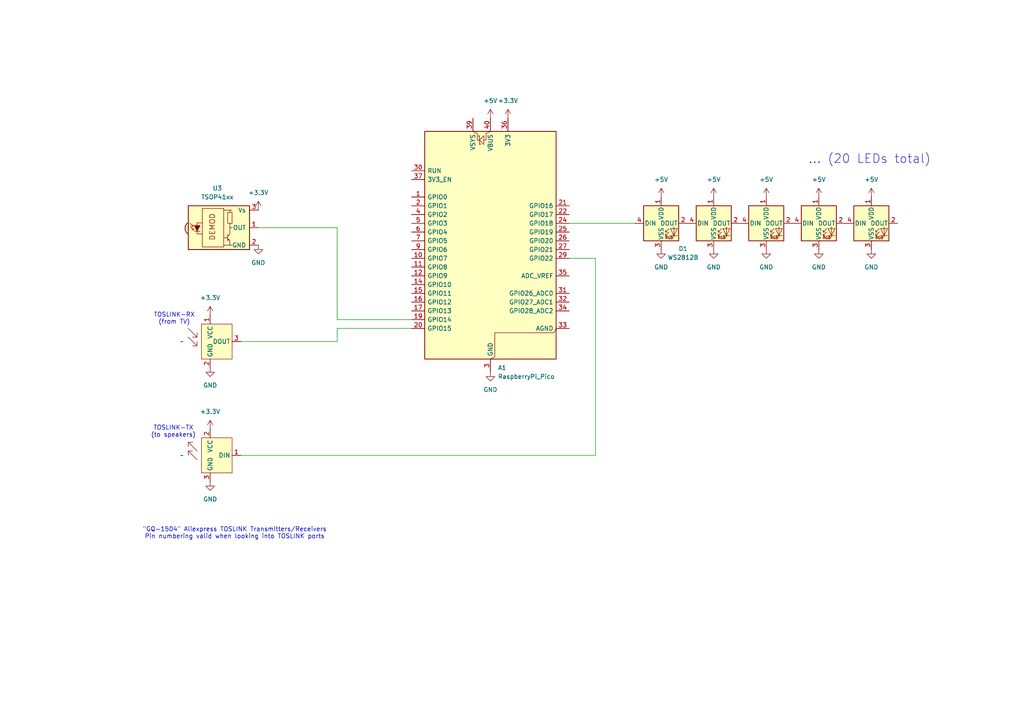
<source format=kicad_sch>
(kicad_sch
	(version 20250114)
	(generator "eeschema")
	(generator_version "9.0")
	(uuid "f06e4165-6d82-4be2-a252-db5a4294bb14")
	(paper "A4")
	(lib_symbols
		(symbol "Interface_Optical:TSOP41xx"
			(pin_names
				(offset 1.016)
			)
			(exclude_from_sim no)
			(in_bom yes)
			(on_board yes)
			(property "Reference" "U"
				(at -10.16 7.62 0)
				(effects
					(font
						(size 1.27 1.27)
					)
					(justify left)
				)
			)
			(property "Value" "TSOP41xx"
				(at -10.16 -7.62 0)
				(effects
					(font
						(size 1.27 1.27)
					)
					(justify left)
				)
			)
			(property "Footprint" "OptoDevice:Vishay_MOLD-3Pin"
				(at -1.27 -9.525 0)
				(effects
					(font
						(size 1.27 1.27)
					)
					(hide yes)
				)
			)
			(property "Datasheet" "http://www.vishay.com/docs/82460/tsop45.pdf"
				(at 16.51 7.62 0)
				(effects
					(font
						(size 1.27 1.27)
					)
					(hide yes)
				)
			)
			(property "Description" "IR Receiver Modules for Remote Control Systems"
				(at 0 0 0)
				(effects
					(font
						(size 1.27 1.27)
					)
					(hide yes)
				)
			)
			(property "ki_keywords" "opto IR receiver"
				(at 0 0 0)
				(effects
					(font
						(size 1.27 1.27)
					)
					(hide yes)
				)
			)
			(property "ki_fp_filters" "Vishay*MOLD*"
				(at 0 0 0)
				(effects
					(font
						(size 1.27 1.27)
					)
					(hide yes)
				)
			)
			(symbol "TSOP41xx_0_0"
				(arc
					(start -10.287 -1.778)
					(mid -11.0899 -0.1905)
					(end -10.287 1.397)
					(stroke
						(width 0.254)
						(type default)
					)
					(fill
						(type background)
					)
				)
				(polyline
					(pts
						(xy 1.905 5.08) (xy 0.127 5.08)
					)
					(stroke
						(width 0)
						(type default)
					)
					(fill
						(type none)
					)
				)
				(polyline
					(pts
						(xy 1.905 -5.08) (xy 0.127 -5.08)
					)
					(stroke
						(width 0)
						(type default)
					)
					(fill
						(type none)
					)
				)
				(text "DEMOD"
					(at -3.175 0.254 900)
					(effects
						(font
							(size 1.524 1.524)
						)
					)
				)
			)
			(symbol "TSOP41xx_0_1"
				(polyline
					(pts
						(xy -8.763 0.381) (xy -9.652 1.27)
					)
					(stroke
						(width 0)
						(type default)
					)
					(fill
						(type none)
					)
				)
				(polyline
					(pts
						(xy -8.763 0.381) (xy -9.271 0.381)
					)
					(stroke
						(width 0)
						(type default)
					)
					(fill
						(type none)
					)
				)
				(polyline
					(pts
						(xy -8.763 0.381) (xy -8.763 0.889)
					)
					(stroke
						(width 0)
						(type default)
					)
					(fill
						(type none)
					)
				)
				(polyline
					(pts
						(xy -8.636 -0.635) (xy -9.525 0.254)
					)
					(stroke
						(width 0)
						(type default)
					)
					(fill
						(type none)
					)
				)
				(polyline
					(pts
						(xy -8.636 -0.635) (xy -9.144 -0.635)
					)
					(stroke
						(width 0)
						(type default)
					)
					(fill
						(type none)
					)
				)
				(polyline
					(pts
						(xy -8.636 -0.635) (xy -8.636 -0.127)
					)
					(stroke
						(width 0)
						(type default)
					)
					(fill
						(type none)
					)
				)
				(polyline
					(pts
						(xy -8.382 0.635) (xy -6.731 0.635) (xy -7.62 -1.016) (xy -8.382 0.635)
					)
					(stroke
						(width 0)
						(type default)
					)
					(fill
						(type outline)
					)
				)
				(polyline
					(pts
						(xy -8.382 -1.016) (xy -6.731 -1.016)
					)
					(stroke
						(width 0)
						(type default)
					)
					(fill
						(type none)
					)
				)
				(rectangle
					(start -6.096 5.588)
					(end 0.127 -5.588)
					(stroke
						(width 0)
						(type default)
					)
					(fill
						(type none)
					)
				)
				(polyline
					(pts
						(xy -6.096 1.397) (xy -7.62 1.397) (xy -7.62 -1.778) (xy -6.096 -1.778)
					)
					(stroke
						(width 0)
						(type default)
					)
					(fill
						(type none)
					)
				)
				(polyline
					(pts
						(xy 1.27 -1.905) (xy 1.27 -3.81)
					)
					(stroke
						(width 0)
						(type default)
					)
					(fill
						(type none)
					)
				)
				(polyline
					(pts
						(xy 1.27 -2.54) (xy 1.905 -1.905) (xy 1.905 0) (xy 2.54 0)
					)
					(stroke
						(width 0)
						(type default)
					)
					(fill
						(type none)
					)
				)
				(polyline
					(pts
						(xy 1.27 -2.921) (xy 0.127 -2.921)
					)
					(stroke
						(width 0)
						(type default)
					)
					(fill
						(type none)
					)
				)
				(polyline
					(pts
						(xy 1.27 -3.175) (xy 1.905 -3.81) (xy 1.905 -5.08) (xy 2.54 -5.08)
					)
					(stroke
						(width 0)
						(type default)
					)
					(fill
						(type none)
					)
				)
				(polyline
					(pts
						(xy 1.397 -3.556) (xy 1.524 -3.556)
					)
					(stroke
						(width 0)
						(type default)
					)
					(fill
						(type none)
					)
				)
				(polyline
					(pts
						(xy 1.651 -3.556) (xy 1.524 -3.556)
					)
					(stroke
						(width 0)
						(type default)
					)
					(fill
						(type none)
					)
				)
				(polyline
					(pts
						(xy 1.651 -3.556) (xy 1.651 -3.302)
					)
					(stroke
						(width 0)
						(type default)
					)
					(fill
						(type none)
					)
				)
				(polyline
					(pts
						(xy 1.905 4.445) (xy 1.905 5.08) (xy 2.54 5.08)
					)
					(stroke
						(width 0)
						(type default)
					)
					(fill
						(type none)
					)
				)
				(polyline
					(pts
						(xy 1.905 0) (xy 1.905 1.27)
					)
					(stroke
						(width 0)
						(type default)
					)
					(fill
						(type none)
					)
				)
				(rectangle
					(start 2.54 1.27)
					(end 1.27 4.445)
					(stroke
						(width 0)
						(type default)
					)
					(fill
						(type none)
					)
				)
				(rectangle
					(start 7.62 6.35)
					(end -10.16 -6.35)
					(stroke
						(width 0.254)
						(type default)
					)
					(fill
						(type background)
					)
				)
			)
			(symbol "TSOP41xx_1_1"
				(pin power_in line
					(at 10.16 5.08 180)
					(length 2.54)
					(name "Vs"
						(effects
							(font
								(size 1.27 1.27)
							)
						)
					)
					(number "3"
						(effects
							(font
								(size 1.27 1.27)
							)
						)
					)
				)
				(pin output line
					(at 10.16 0 180)
					(length 2.54)
					(name "OUT"
						(effects
							(font
								(size 1.27 1.27)
							)
						)
					)
					(number "1"
						(effects
							(font
								(size 1.27 1.27)
							)
						)
					)
				)
				(pin power_in line
					(at 10.16 -5.08 180)
					(length 2.54)
					(name "GND"
						(effects
							(font
								(size 1.27 1.27)
							)
						)
					)
					(number "2"
						(effects
							(font
								(size 1.27 1.27)
							)
						)
					)
				)
			)
			(embedded_fonts no)
		)
		(symbol "LED:WS2812B"
			(pin_names
				(offset 0.254)
			)
			(exclude_from_sim no)
			(in_bom yes)
			(on_board yes)
			(property "Reference" "D"
				(at 5.08 5.715 0)
				(effects
					(font
						(size 1.27 1.27)
					)
					(justify right bottom)
				)
			)
			(property "Value" "WS2812B"
				(at 1.27 -5.715 0)
				(effects
					(font
						(size 1.27 1.27)
					)
					(justify left top)
				)
			)
			(property "Footprint" "LED_SMD:LED_WS2812B_PLCC4_5.0x5.0mm_P3.2mm"
				(at 1.27 -7.62 0)
				(effects
					(font
						(size 1.27 1.27)
					)
					(justify left top)
					(hide yes)
				)
			)
			(property "Datasheet" "https://cdn-shop.adafruit.com/datasheets/WS2812B.pdf"
				(at 2.54 -9.525 0)
				(effects
					(font
						(size 1.27 1.27)
					)
					(justify left top)
					(hide yes)
				)
			)
			(property "Description" "RGB LED with integrated controller"
				(at 0 0 0)
				(effects
					(font
						(size 1.27 1.27)
					)
					(hide yes)
				)
			)
			(property "ki_keywords" "RGB LED NeoPixel addressable"
				(at 0 0 0)
				(effects
					(font
						(size 1.27 1.27)
					)
					(hide yes)
				)
			)
			(property "ki_fp_filters" "LED*WS2812*PLCC*5.0x5.0mm*P3.2mm*"
				(at 0 0 0)
				(effects
					(font
						(size 1.27 1.27)
					)
					(hide yes)
				)
			)
			(symbol "WS2812B_0_0"
				(text "RGB"
					(at 2.286 -4.191 0)
					(effects
						(font
							(size 0.762 0.762)
						)
					)
				)
			)
			(symbol "WS2812B_0_1"
				(polyline
					(pts
						(xy 1.27 -2.54) (xy 1.778 -2.54)
					)
					(stroke
						(width 0)
						(type default)
					)
					(fill
						(type none)
					)
				)
				(polyline
					(pts
						(xy 1.27 -3.556) (xy 1.778 -3.556)
					)
					(stroke
						(width 0)
						(type default)
					)
					(fill
						(type none)
					)
				)
				(polyline
					(pts
						(xy 2.286 -1.524) (xy 1.27 -2.54) (xy 1.27 -2.032)
					)
					(stroke
						(width 0)
						(type default)
					)
					(fill
						(type none)
					)
				)
				(polyline
					(pts
						(xy 2.286 -2.54) (xy 1.27 -3.556) (xy 1.27 -3.048)
					)
					(stroke
						(width 0)
						(type default)
					)
					(fill
						(type none)
					)
				)
				(polyline
					(pts
						(xy 3.683 -1.016) (xy 3.683 -3.556) (xy 3.683 -4.064)
					)
					(stroke
						(width 0)
						(type default)
					)
					(fill
						(type none)
					)
				)
				(polyline
					(pts
						(xy 4.699 -1.524) (xy 2.667 -1.524) (xy 3.683 -3.556) (xy 4.699 -1.524)
					)
					(stroke
						(width 0)
						(type default)
					)
					(fill
						(type none)
					)
				)
				(polyline
					(pts
						(xy 4.699 -3.556) (xy 2.667 -3.556)
					)
					(stroke
						(width 0)
						(type default)
					)
					(fill
						(type none)
					)
				)
				(rectangle
					(start 5.08 5.08)
					(end -5.08 -5.08)
					(stroke
						(width 0.254)
						(type default)
					)
					(fill
						(type background)
					)
				)
			)
			(symbol "WS2812B_1_1"
				(pin input line
					(at -7.62 0 0)
					(length 2.54)
					(name "DIN"
						(effects
							(font
								(size 1.27 1.27)
							)
						)
					)
					(number "4"
						(effects
							(font
								(size 1.27 1.27)
							)
						)
					)
				)
				(pin power_in line
					(at 0 7.62 270)
					(length 2.54)
					(name "VDD"
						(effects
							(font
								(size 1.27 1.27)
							)
						)
					)
					(number "1"
						(effects
							(font
								(size 1.27 1.27)
							)
						)
					)
				)
				(pin power_in line
					(at 0 -7.62 90)
					(length 2.54)
					(name "VSS"
						(effects
							(font
								(size 1.27 1.27)
							)
						)
					)
					(number "3"
						(effects
							(font
								(size 1.27 1.27)
							)
						)
					)
				)
				(pin output line
					(at 7.62 0 180)
					(length 2.54)
					(name "DOUT"
						(effects
							(font
								(size 1.27 1.27)
							)
						)
					)
					(number "2"
						(effects
							(font
								(size 1.27 1.27)
							)
						)
					)
				)
			)
			(embedded_fonts no)
		)
		(symbol "MCU_Module:RaspberryPi_Pico"
			(pin_names
				(offset 0.762)
			)
			(exclude_from_sim no)
			(in_bom yes)
			(on_board yes)
			(property "Reference" "A"
				(at -19.05 35.56 0)
				(effects
					(font
						(size 1.27 1.27)
					)
					(justify left)
				)
			)
			(property "Value" "RaspberryPi_Pico"
				(at 7.62 35.56 0)
				(effects
					(font
						(size 1.27 1.27)
					)
					(justify left)
				)
			)
			(property "Footprint" "Module:RaspberryPi_Pico_Common_Unspecified"
				(at 0 -46.99 0)
				(effects
					(font
						(size 1.27 1.27)
					)
					(hide yes)
				)
			)
			(property "Datasheet" "https://datasheets.raspberrypi.com/pico/pico-datasheet.pdf"
				(at 0 -49.53 0)
				(effects
					(font
						(size 1.27 1.27)
					)
					(hide yes)
				)
			)
			(property "Description" "Versatile and inexpensive microcontroller module powered by RP2040 dual-core Arm Cortex-M0+ processor up to 133 MHz, 264kB SRAM, 2MB QSPI flash; also supports Raspberry Pi Pico 2"
				(at 0 -52.07 0)
				(effects
					(font
						(size 1.27 1.27)
					)
					(hide yes)
				)
			)
			(property "ki_keywords" "RP2350A M33 RISC-V Hazard3 usb"
				(at 0 0 0)
				(effects
					(font
						(size 1.27 1.27)
					)
					(hide yes)
				)
			)
			(property "ki_fp_filters" "RaspberryPi?Pico?Common* RaspberryPi?Pico?SMD*"
				(at 0 0 0)
				(effects
					(font
						(size 1.27 1.27)
					)
					(hide yes)
				)
			)
			(symbol "RaspberryPi_Pico_0_1"
				(rectangle
					(start -19.05 34.29)
					(end 19.05 -31.75)
					(stroke
						(width 0.254)
						(type default)
					)
					(fill
						(type background)
					)
				)
				(polyline
					(pts
						(xy -5.08 34.29) (xy -3.81 33.655) (xy -3.81 31.75) (xy -3.175 31.75)
					)
					(stroke
						(width 0)
						(type default)
					)
					(fill
						(type none)
					)
				)
				(polyline
					(pts
						(xy -3.429 32.766) (xy -3.429 33.02) (xy -3.175 33.02) (xy -3.175 30.48) (xy -2.921 30.48) (xy -2.921 30.734)
					)
					(stroke
						(width 0)
						(type default)
					)
					(fill
						(type none)
					)
				)
				(polyline
					(pts
						(xy -3.175 31.75) (xy -1.905 33.02) (xy -1.905 30.48) (xy -3.175 31.75)
					)
					(stroke
						(width 0)
						(type default)
					)
					(fill
						(type none)
					)
				)
				(polyline
					(pts
						(xy 0 34.29) (xy -1.27 33.655) (xy -1.27 31.75) (xy -1.905 31.75)
					)
					(stroke
						(width 0)
						(type default)
					)
					(fill
						(type none)
					)
				)
				(polyline
					(pts
						(xy 0 -31.75) (xy 1.27 -31.115) (xy 1.27 -24.13) (xy 18.415 -24.13) (xy 19.05 -22.86)
					)
					(stroke
						(width 0)
						(type default)
					)
					(fill
						(type none)
					)
				)
			)
			(symbol "RaspberryPi_Pico_1_1"
				(pin passive line
					(at -22.86 22.86 0)
					(length 3.81)
					(name "RUN"
						(effects
							(font
								(size 1.27 1.27)
							)
						)
					)
					(number "30"
						(effects
							(font
								(size 1.27 1.27)
							)
						)
					)
					(alternate "~{RESET}" passive line)
				)
				(pin passive line
					(at -22.86 20.32 0)
					(length 3.81)
					(name "3V3_EN"
						(effects
							(font
								(size 1.27 1.27)
							)
						)
					)
					(number "37"
						(effects
							(font
								(size 1.27 1.27)
							)
						)
					)
					(alternate "~{3V3_DISABLE}" passive line)
				)
				(pin bidirectional line
					(at -22.86 15.24 0)
					(length 3.81)
					(name "GPIO0"
						(effects
							(font
								(size 1.27 1.27)
							)
						)
					)
					(number "1"
						(effects
							(font
								(size 1.27 1.27)
							)
						)
					)
					(alternate "I2C0_SDA" bidirectional line)
					(alternate "PWM0_A" output line)
					(alternate "SPI0_RX" input line)
					(alternate "UART0_TX" output line)
					(alternate "USB_OVCUR_DET" input line)
				)
				(pin bidirectional line
					(at -22.86 12.7 0)
					(length 3.81)
					(name "GPIO1"
						(effects
							(font
								(size 1.27 1.27)
							)
						)
					)
					(number "2"
						(effects
							(font
								(size 1.27 1.27)
							)
						)
					)
					(alternate "I2C0_SCL" bidirectional clock)
					(alternate "PWM0_B" bidirectional line)
					(alternate "UART0_RX" input line)
					(alternate "USB_VBUS_DET" passive line)
					(alternate "~{SPI0_CSn}" bidirectional line)
				)
				(pin bidirectional line
					(at -22.86 10.16 0)
					(length 3.81)
					(name "GPIO2"
						(effects
							(font
								(size 1.27 1.27)
							)
						)
					)
					(number "4"
						(effects
							(font
								(size 1.27 1.27)
							)
						)
					)
					(alternate "I2C1_SDA" bidirectional line)
					(alternate "PWM1_A" output line)
					(alternate "SPI0_SCK" bidirectional clock)
					(alternate "UART0_CTS" input line)
					(alternate "USB_VBUS_EN" output line)
				)
				(pin bidirectional line
					(at -22.86 7.62 0)
					(length 3.81)
					(name "GPIO3"
						(effects
							(font
								(size 1.27 1.27)
							)
						)
					)
					(number "5"
						(effects
							(font
								(size 1.27 1.27)
							)
						)
					)
					(alternate "I2C1_SCL" bidirectional clock)
					(alternate "PWM1_B" bidirectional line)
					(alternate "SPI0_TX" output line)
					(alternate "UART0_RTS" output line)
					(alternate "USB_OVCUR_DET" input line)
				)
				(pin bidirectional line
					(at -22.86 5.08 0)
					(length 3.81)
					(name "GPIO4"
						(effects
							(font
								(size 1.27 1.27)
							)
						)
					)
					(number "6"
						(effects
							(font
								(size 1.27 1.27)
							)
						)
					)
					(alternate "I2C0_SDA" bidirectional line)
					(alternate "PWM2_A" output line)
					(alternate "SPI0_RX" input line)
					(alternate "UART1_TX" output line)
					(alternate "USB_VBUS_DET" input line)
				)
				(pin bidirectional line
					(at -22.86 2.54 0)
					(length 3.81)
					(name "GPIO5"
						(effects
							(font
								(size 1.27 1.27)
							)
						)
					)
					(number "7"
						(effects
							(font
								(size 1.27 1.27)
							)
						)
					)
					(alternate "I2C0_SCL" bidirectional clock)
					(alternate "PWM2_B" bidirectional line)
					(alternate "UART1_RX" input line)
					(alternate "USB_VBUS_EN" output line)
					(alternate "~{SPI0_CSn}" bidirectional line)
				)
				(pin bidirectional line
					(at -22.86 0 0)
					(length 3.81)
					(name "GPIO6"
						(effects
							(font
								(size 1.27 1.27)
							)
						)
					)
					(number "9"
						(effects
							(font
								(size 1.27 1.27)
							)
						)
					)
					(alternate "I2C1_SDA" bidirectional line)
					(alternate "PWM3_A" output line)
					(alternate "SPI0_SCK" bidirectional clock)
					(alternate "UART1_CTS" input line)
					(alternate "USB_OVCUR_DET" input line)
				)
				(pin bidirectional line
					(at -22.86 -2.54 0)
					(length 3.81)
					(name "GPIO7"
						(effects
							(font
								(size 1.27 1.27)
							)
						)
					)
					(number "10"
						(effects
							(font
								(size 1.27 1.27)
							)
						)
					)
					(alternate "I2C1_SCL" bidirectional clock)
					(alternate "PWM3_B" bidirectional line)
					(alternate "SPI0_TX" output line)
					(alternate "UART1_RTS" output line)
					(alternate "USB_VBUS_DET" input line)
				)
				(pin bidirectional line
					(at -22.86 -5.08 0)
					(length 3.81)
					(name "GPIO8"
						(effects
							(font
								(size 1.27 1.27)
							)
						)
					)
					(number "11"
						(effects
							(font
								(size 1.27 1.27)
							)
						)
					)
					(alternate "I2C0_SDA" bidirectional line)
					(alternate "PWM4_A" output line)
					(alternate "SPI1_RX" input line)
					(alternate "UART1_TX" output line)
					(alternate "USB_VBUS_EN" output line)
				)
				(pin bidirectional line
					(at -22.86 -7.62 0)
					(length 3.81)
					(name "GPIO9"
						(effects
							(font
								(size 1.27 1.27)
							)
						)
					)
					(number "12"
						(effects
							(font
								(size 1.27 1.27)
							)
						)
					)
					(alternate "I2C0_SCL" bidirectional clock)
					(alternate "PWM4_B" bidirectional line)
					(alternate "UART1_RX" input line)
					(alternate "USB_OVCUR_DET" input line)
					(alternate "~{SPI1_CSn}" bidirectional line)
				)
				(pin bidirectional line
					(at -22.86 -10.16 0)
					(length 3.81)
					(name "GPIO10"
						(effects
							(font
								(size 1.27 1.27)
							)
						)
					)
					(number "14"
						(effects
							(font
								(size 1.27 1.27)
							)
						)
					)
					(alternate "I2C1_SDA" bidirectional line)
					(alternate "PWM5_A" output line)
					(alternate "SPI1_SCK" bidirectional clock)
					(alternate "UART1_CTS" input line)
					(alternate "USB_VBUS_DET" input line)
				)
				(pin bidirectional line
					(at -22.86 -12.7 0)
					(length 3.81)
					(name "GPIO11"
						(effects
							(font
								(size 1.27 1.27)
							)
						)
					)
					(number "15"
						(effects
							(font
								(size 1.27 1.27)
							)
						)
					)
					(alternate "I2C1_SCL" bidirectional clock)
					(alternate "PWM5_B" bidirectional line)
					(alternate "SPI1_TX" output line)
					(alternate "UART1_RTS" output line)
					(alternate "USB_VBUS_EN" output line)
				)
				(pin bidirectional line
					(at -22.86 -15.24 0)
					(length 3.81)
					(name "GPIO12"
						(effects
							(font
								(size 1.27 1.27)
							)
						)
					)
					(number "16"
						(effects
							(font
								(size 1.27 1.27)
							)
						)
					)
					(alternate "I2C0_SDA" bidirectional line)
					(alternate "PWM6_A" output line)
					(alternate "SPI1_RX" input line)
					(alternate "UART0_TX" output line)
					(alternate "USB_OVCUR_DET" input line)
				)
				(pin bidirectional line
					(at -22.86 -17.78 0)
					(length 3.81)
					(name "GPIO13"
						(effects
							(font
								(size 1.27 1.27)
							)
						)
					)
					(number "17"
						(effects
							(font
								(size 1.27 1.27)
							)
						)
					)
					(alternate "I2C0_SCL" bidirectional clock)
					(alternate "PWM6_B" bidirectional line)
					(alternate "UART0_RX" input line)
					(alternate "USB_VBUS_DET" input line)
					(alternate "~{SPI1_CSn}" bidirectional line)
				)
				(pin bidirectional line
					(at -22.86 -20.32 0)
					(length 3.81)
					(name "GPIO14"
						(effects
							(font
								(size 1.27 1.27)
							)
						)
					)
					(number "19"
						(effects
							(font
								(size 1.27 1.27)
							)
						)
					)
					(alternate "I2C1_SDA" bidirectional line)
					(alternate "PWM7_A" output line)
					(alternate "SPI1_SCK" bidirectional clock)
					(alternate "UART0_CTS" input line)
					(alternate "USB_VBUS_EN" output line)
				)
				(pin bidirectional line
					(at -22.86 -22.86 0)
					(length 3.81)
					(name "GPIO15"
						(effects
							(font
								(size 1.27 1.27)
							)
						)
					)
					(number "20"
						(effects
							(font
								(size 1.27 1.27)
							)
						)
					)
					(alternate "I2C1_SCL" bidirectional clock)
					(alternate "PWM7_B" bidirectional line)
					(alternate "SPI1_TX" output line)
					(alternate "UART0_RTS" output line)
					(alternate "USB_OVCUR_DET" input line)
				)
				(pin power_in line
					(at -5.08 38.1 270)
					(length 3.81)
					(name "VSYS"
						(effects
							(font
								(size 1.27 1.27)
							)
						)
					)
					(number "39"
						(effects
							(font
								(size 1.27 1.27)
							)
						)
					)
					(alternate "VSYS_OUT" power_out line)
				)
				(pin power_out line
					(at 0 38.1 270)
					(length 3.81)
					(name "VBUS"
						(effects
							(font
								(size 1.27 1.27)
							)
						)
					)
					(number "40"
						(effects
							(font
								(size 1.27 1.27)
							)
						)
					)
					(alternate "VBUS_IN" power_in line)
				)
				(pin passive line
					(at 0 -35.56 90)
					(length 3.81)
					(hide yes)
					(name "GND"
						(effects
							(font
								(size 1.27 1.27)
							)
						)
					)
					(number "13"
						(effects
							(font
								(size 1.27 1.27)
							)
						)
					)
				)
				(pin passive line
					(at 0 -35.56 90)
					(length 3.81)
					(hide yes)
					(name "GND"
						(effects
							(font
								(size 1.27 1.27)
							)
						)
					)
					(number "18"
						(effects
							(font
								(size 1.27 1.27)
							)
						)
					)
				)
				(pin passive line
					(at 0 -35.56 90)
					(length 3.81)
					(hide yes)
					(name "GND"
						(effects
							(font
								(size 1.27 1.27)
							)
						)
					)
					(number "23"
						(effects
							(font
								(size 1.27 1.27)
							)
						)
					)
				)
				(pin passive line
					(at 0 -35.56 90)
					(length 3.81)
					(hide yes)
					(name "GND"
						(effects
							(font
								(size 1.27 1.27)
							)
						)
					)
					(number "28"
						(effects
							(font
								(size 1.27 1.27)
							)
						)
					)
				)
				(pin power_out line
					(at 0 -35.56 90)
					(length 3.81)
					(name "GND"
						(effects
							(font
								(size 1.27 1.27)
							)
						)
					)
					(number "3"
						(effects
							(font
								(size 1.27 1.27)
							)
						)
					)
					(alternate "GND_IN" power_in line)
				)
				(pin passive line
					(at 0 -35.56 90)
					(length 3.81)
					(hide yes)
					(name "GND"
						(effects
							(font
								(size 1.27 1.27)
							)
						)
					)
					(number "38"
						(effects
							(font
								(size 1.27 1.27)
							)
						)
					)
				)
				(pin passive line
					(at 0 -35.56 90)
					(length 3.81)
					(hide yes)
					(name "GND"
						(effects
							(font
								(size 1.27 1.27)
							)
						)
					)
					(number "8"
						(effects
							(font
								(size 1.27 1.27)
							)
						)
					)
				)
				(pin power_out line
					(at 5.08 38.1 270)
					(length 3.81)
					(name "3V3"
						(effects
							(font
								(size 1.27 1.27)
							)
						)
					)
					(number "36"
						(effects
							(font
								(size 1.27 1.27)
							)
						)
					)
				)
				(pin bidirectional line
					(at 22.86 12.7 180)
					(length 3.81)
					(name "GPIO16"
						(effects
							(font
								(size 1.27 1.27)
							)
						)
					)
					(number "21"
						(effects
							(font
								(size 1.27 1.27)
							)
						)
					)
					(alternate "I2C0_SDA" bidirectional line)
					(alternate "PWM0_A" output line)
					(alternate "SPI0_RX" input line)
					(alternate "UART0_TX" output line)
					(alternate "USB_VBUS_DET" input line)
				)
				(pin bidirectional line
					(at 22.86 10.16 180)
					(length 3.81)
					(name "GPIO17"
						(effects
							(font
								(size 1.27 1.27)
							)
						)
					)
					(number "22"
						(effects
							(font
								(size 1.27 1.27)
							)
						)
					)
					(alternate "I2C0_SCL" bidirectional clock)
					(alternate "PWM0_B" bidirectional line)
					(alternate "UART0_RX" input line)
					(alternate "USB_VBUS_EN" output line)
					(alternate "~{SPI0_CSn}" bidirectional line)
				)
				(pin bidirectional line
					(at 22.86 7.62 180)
					(length 3.81)
					(name "GPIO18"
						(effects
							(font
								(size 1.27 1.27)
							)
						)
					)
					(number "24"
						(effects
							(font
								(size 1.27 1.27)
							)
						)
					)
					(alternate "I2C1_SDA" bidirectional line)
					(alternate "PWM1_A" output line)
					(alternate "SPI0_SCK" bidirectional clock)
					(alternate "UART0_CTS" input line)
					(alternate "USB_OVCUR_DET" input line)
				)
				(pin bidirectional line
					(at 22.86 5.08 180)
					(length 3.81)
					(name "GPIO19"
						(effects
							(font
								(size 1.27 1.27)
							)
						)
					)
					(number "25"
						(effects
							(font
								(size 1.27 1.27)
							)
						)
					)
					(alternate "I2C1_SCL" bidirectional clock)
					(alternate "PWM1_B" bidirectional line)
					(alternate "SPI0_TX" output line)
					(alternate "UART0_RTS" output line)
					(alternate "USB_VBUS_DET" input line)
				)
				(pin bidirectional line
					(at 22.86 2.54 180)
					(length 3.81)
					(name "GPIO20"
						(effects
							(font
								(size 1.27 1.27)
							)
						)
					)
					(number "26"
						(effects
							(font
								(size 1.27 1.27)
							)
						)
					)
					(alternate "CLOCK_GPIN0" input clock)
					(alternate "I2C0_SDA" bidirectional line)
					(alternate "PWM2_A" output line)
					(alternate "SPI0_RX" input line)
					(alternate "UART1_TX" output line)
					(alternate "USB_VBUS_EN" output line)
				)
				(pin bidirectional line
					(at 22.86 0 180)
					(length 3.81)
					(name "GPIO21"
						(effects
							(font
								(size 1.27 1.27)
							)
						)
					)
					(number "27"
						(effects
							(font
								(size 1.27 1.27)
							)
						)
					)
					(alternate "CLOCK_GPOUT0" output clock)
					(alternate "I2C0_SCL" bidirectional clock)
					(alternate "PWM2_B" bidirectional line)
					(alternate "UART1_RX" input line)
					(alternate "USB_OVCUR_DET" input line)
					(alternate "~{SPI0_CSn}" bidirectional line)
				)
				(pin bidirectional line
					(at 22.86 -2.54 180)
					(length 3.81)
					(name "GPIO22"
						(effects
							(font
								(size 1.27 1.27)
							)
						)
					)
					(number "29"
						(effects
							(font
								(size 1.27 1.27)
							)
						)
					)
					(alternate "CLOCK_GPIN1" input clock)
					(alternate "I2C1_SDA" bidirectional line)
					(alternate "PWM3_A" output line)
					(alternate "SPI0_SCK" bidirectional clock)
					(alternate "UART1_CTS" input line)
					(alternate "USB_VBUS_DET" input line)
				)
				(pin power_in line
					(at 22.86 -7.62 180)
					(length 3.81)
					(name "ADC_VREF"
						(effects
							(font
								(size 1.27 1.27)
							)
						)
					)
					(number "35"
						(effects
							(font
								(size 1.27 1.27)
							)
						)
					)
				)
				(pin bidirectional line
					(at 22.86 -12.7 180)
					(length 3.81)
					(name "GPIO26_ADC0"
						(effects
							(font
								(size 1.27 1.27)
							)
						)
					)
					(number "31"
						(effects
							(font
								(size 1.27 1.27)
							)
						)
					)
					(alternate "ADC0" input line)
					(alternate "GPIO26" bidirectional line)
					(alternate "I2C1_SDA" bidirectional line)
					(alternate "PWM5_A" output line)
					(alternate "SPI1_SCK" bidirectional clock)
					(alternate "UART1_CTS" input line)
					(alternate "USB_VBUS_EN" output line)
				)
				(pin bidirectional line
					(at 22.86 -15.24 180)
					(length 3.81)
					(name "GPIO27_ADC1"
						(effects
							(font
								(size 1.27 1.27)
							)
						)
					)
					(number "32"
						(effects
							(font
								(size 1.27 1.27)
							)
						)
					)
					(alternate "ADC1" input line)
					(alternate "GPIO27" bidirectional line)
					(alternate "I2C1_SCL" bidirectional clock)
					(alternate "PWM5_B" bidirectional line)
					(alternate "SPI1_TX" output line)
					(alternate "UART1_RTS" output line)
					(alternate "USB_OVCUR_DET" input line)
				)
				(pin bidirectional line
					(at 22.86 -17.78 180)
					(length 3.81)
					(name "GPIO28_ADC2"
						(effects
							(font
								(size 1.27 1.27)
							)
						)
					)
					(number "34"
						(effects
							(font
								(size 1.27 1.27)
							)
						)
					)
					(alternate "ADC2" input line)
					(alternate "GPIO28" bidirectional line)
					(alternate "I2C0_SDA" bidirectional line)
					(alternate "PWM6_A" output line)
					(alternate "SPI1_RX" input line)
					(alternate "UART0_TX" output line)
					(alternate "USB_VBUS_DET" input line)
				)
				(pin power_out line
					(at 22.86 -22.86 180)
					(length 3.81)
					(name "AGND"
						(effects
							(font
								(size 1.27 1.27)
							)
						)
					)
					(number "33"
						(effects
							(font
								(size 1.27 1.27)
							)
						)
					)
					(alternate "GND" passive line)
				)
			)
			(embedded_fonts no)
		)
		(symbol "Toslink-transceivers:Toslink-Receiver"
			(exclude_from_sim no)
			(in_bom yes)
			(on_board yes)
			(property "Reference" "U"
				(at 0 0 0)
				(effects
					(font
						(size 1.27 1.27)
					)
					(hide yes)
				)
			)
			(property "Value" ""
				(at 0 0 0)
				(effects
					(font
						(size 1.27 1.27)
					)
				)
			)
			(property "Footprint" ""
				(at 0 0 0)
				(effects
					(font
						(size 1.27 1.27)
					)
					(hide yes)
				)
			)
			(property "Datasheet" ""
				(at 0 0 0)
				(effects
					(font
						(size 1.27 1.27)
					)
					(hide yes)
				)
			)
			(property "Description" ""
				(at 0 0 0)
				(effects
					(font
						(size 1.27 1.27)
					)
					(hide yes)
				)
			)
			(symbol "Toslink-Receiver_0_1"
				(polyline
					(pts
						(xy -7.62 -2.54) (xy -5.08 -5.08) (xy -5.08 -3.81) (xy -5.08 -5.08) (xy -6.35 -5.08)
					)
					(stroke
						(width 0)
						(type default)
					)
					(fill
						(type none)
					)
				)
				(polyline
					(pts
						(xy -7.62 -5.08) (xy -5.08 -7.62) (xy -5.08 -6.35) (xy -5.08 -7.62) (xy -6.35 -7.62)
					)
					(stroke
						(width 0)
						(type default)
					)
					(fill
						(type none)
					)
				)
			)
			(symbol "Toslink-Receiver_1_1"
				(rectangle
					(start -3.81 -1.27)
					(end 5.08 -11.43)
					(stroke
						(width 0)
						(type solid)
					)
					(fill
						(type color)
						(color 255 255 194 1)
					)
				)
				(pin power_in line
					(at -1.27 1.27 270)
					(length 2.54)
					(name "VCC"
						(effects
							(font
								(size 1.27 1.27)
							)
						)
					)
					(number "1"
						(effects
							(font
								(size 1.27 1.27)
							)
						)
					)
				)
				(pin passive line
					(at -1.27 -13.97 90)
					(length 2.54)
					(name "GND"
						(effects
							(font
								(size 1.27 1.27)
							)
						)
					)
					(number "2"
						(effects
							(font
								(size 1.27 1.27)
							)
						)
					)
				)
				(pin output line
					(at 7.62 -6.35 180)
					(length 2.54)
					(name "DOUT"
						(effects
							(font
								(size 1.27 1.27)
							)
						)
					)
					(number "3"
						(effects
							(font
								(size 1.27 1.27)
							)
						)
					)
				)
			)
			(embedded_fonts no)
		)
		(symbol "Toslink-transceivers:Toslink-Transmitter"
			(exclude_from_sim no)
			(in_bom yes)
			(on_board yes)
			(property "Reference" "U"
				(at 0 0 0)
				(effects
					(font
						(size 1.27 1.27)
					)
					(hide yes)
				)
			)
			(property "Value" ""
				(at 0 0 0)
				(effects
					(font
						(size 1.27 1.27)
					)
				)
			)
			(property "Footprint" ""
				(at 0 0 0)
				(effects
					(font
						(size 1.27 1.27)
					)
					(hide yes)
				)
			)
			(property "Datasheet" ""
				(at 0 0 0)
				(effects
					(font
						(size 1.27 1.27)
					)
					(hide yes)
				)
			)
			(property "Description" ""
				(at 0 0 0)
				(effects
					(font
						(size 1.27 1.27)
					)
					(hide yes)
				)
			)
			(property "ki_locked" ""
				(at 0 0 0)
				(effects
					(font
						(size 1.27 1.27)
					)
				)
			)
			(symbol "Toslink-Transmitter_1_1"
				(polyline
					(pts
						(xy -5.08 -5.08) (xy -7.62 -2.54) (xy -6.35 -2.54) (xy -7.62 -2.54) (xy -7.62 -3.81)
					)
					(stroke
						(width 0)
						(type default)
					)
					(fill
						(type none)
					)
				)
				(polyline
					(pts
						(xy -5.08 -7.62) (xy -7.62 -5.08) (xy -6.35 -5.08) (xy -7.62 -5.08) (xy -7.62 -6.35)
					)
					(stroke
						(width 0)
						(type default)
					)
					(fill
						(type none)
					)
				)
				(rectangle
					(start -3.81 -1.27)
					(end 5.08 -11.43)
					(stroke
						(width 0)
						(type solid)
					)
					(fill
						(type background)
					)
				)
				(pin power_in line
					(at -1.27 1.27 270)
					(length 2.54)
					(name "VCC"
						(effects
							(font
								(size 1.27 1.27)
							)
						)
					)
					(number "2"
						(effects
							(font
								(size 1.27 1.27)
							)
						)
					)
				)
				(pin passive line
					(at -1.27 -13.97 90)
					(length 2.54)
					(name "GND"
						(effects
							(font
								(size 1.27 1.27)
							)
						)
					)
					(number "3"
						(effects
							(font
								(size 1.27 1.27)
							)
						)
					)
				)
				(pin input line
					(at 7.62 -6.35 180)
					(length 2.54)
					(name "DIN"
						(effects
							(font
								(size 1.27 1.27)
							)
						)
					)
					(number "1"
						(effects
							(font
								(size 1.27 1.27)
							)
						)
					)
				)
			)
			(embedded_fonts no)
		)
		(symbol "power:+3.3V"
			(power)
			(pin_numbers
				(hide yes)
			)
			(pin_names
				(offset 0)
				(hide yes)
			)
			(exclude_from_sim no)
			(in_bom yes)
			(on_board yes)
			(property "Reference" "#PWR"
				(at 0 -3.81 0)
				(effects
					(font
						(size 1.27 1.27)
					)
					(hide yes)
				)
			)
			(property "Value" "+3.3V"
				(at 0 3.556 0)
				(effects
					(font
						(size 1.27 1.27)
					)
				)
			)
			(property "Footprint" ""
				(at 0 0 0)
				(effects
					(font
						(size 1.27 1.27)
					)
					(hide yes)
				)
			)
			(property "Datasheet" ""
				(at 0 0 0)
				(effects
					(font
						(size 1.27 1.27)
					)
					(hide yes)
				)
			)
			(property "Description" "Power symbol creates a global label with name \"+3.3V\""
				(at 0 0 0)
				(effects
					(font
						(size 1.27 1.27)
					)
					(hide yes)
				)
			)
			(property "ki_keywords" "global power"
				(at 0 0 0)
				(effects
					(font
						(size 1.27 1.27)
					)
					(hide yes)
				)
			)
			(symbol "+3.3V_0_1"
				(polyline
					(pts
						(xy -0.762 1.27) (xy 0 2.54)
					)
					(stroke
						(width 0)
						(type default)
					)
					(fill
						(type none)
					)
				)
				(polyline
					(pts
						(xy 0 2.54) (xy 0.762 1.27)
					)
					(stroke
						(width 0)
						(type default)
					)
					(fill
						(type none)
					)
				)
				(polyline
					(pts
						(xy 0 0) (xy 0 2.54)
					)
					(stroke
						(width 0)
						(type default)
					)
					(fill
						(type none)
					)
				)
			)
			(symbol "+3.3V_1_1"
				(pin power_in line
					(at 0 0 90)
					(length 0)
					(name "~"
						(effects
							(font
								(size 1.27 1.27)
							)
						)
					)
					(number "1"
						(effects
							(font
								(size 1.27 1.27)
							)
						)
					)
				)
			)
			(embedded_fonts no)
		)
		(symbol "power:+5V"
			(power)
			(pin_numbers
				(hide yes)
			)
			(pin_names
				(offset 0)
				(hide yes)
			)
			(exclude_from_sim no)
			(in_bom yes)
			(on_board yes)
			(property "Reference" "#PWR"
				(at 0 -3.81 0)
				(effects
					(font
						(size 1.27 1.27)
					)
					(hide yes)
				)
			)
			(property "Value" "+5V"
				(at 0 3.556 0)
				(effects
					(font
						(size 1.27 1.27)
					)
				)
			)
			(property "Footprint" ""
				(at 0 0 0)
				(effects
					(font
						(size 1.27 1.27)
					)
					(hide yes)
				)
			)
			(property "Datasheet" ""
				(at 0 0 0)
				(effects
					(font
						(size 1.27 1.27)
					)
					(hide yes)
				)
			)
			(property "Description" "Power symbol creates a global label with name \"+5V\""
				(at 0 0 0)
				(effects
					(font
						(size 1.27 1.27)
					)
					(hide yes)
				)
			)
			(property "ki_keywords" "global power"
				(at 0 0 0)
				(effects
					(font
						(size 1.27 1.27)
					)
					(hide yes)
				)
			)
			(symbol "+5V_0_1"
				(polyline
					(pts
						(xy -0.762 1.27) (xy 0 2.54)
					)
					(stroke
						(width 0)
						(type default)
					)
					(fill
						(type none)
					)
				)
				(polyline
					(pts
						(xy 0 2.54) (xy 0.762 1.27)
					)
					(stroke
						(width 0)
						(type default)
					)
					(fill
						(type none)
					)
				)
				(polyline
					(pts
						(xy 0 0) (xy 0 2.54)
					)
					(stroke
						(width 0)
						(type default)
					)
					(fill
						(type none)
					)
				)
			)
			(symbol "+5V_1_1"
				(pin power_in line
					(at 0 0 90)
					(length 0)
					(name "~"
						(effects
							(font
								(size 1.27 1.27)
							)
						)
					)
					(number "1"
						(effects
							(font
								(size 1.27 1.27)
							)
						)
					)
				)
			)
			(embedded_fonts no)
		)
		(symbol "power:GND"
			(power)
			(pin_numbers
				(hide yes)
			)
			(pin_names
				(offset 0)
				(hide yes)
			)
			(exclude_from_sim no)
			(in_bom yes)
			(on_board yes)
			(property "Reference" "#PWR"
				(at 0 -6.35 0)
				(effects
					(font
						(size 1.27 1.27)
					)
					(hide yes)
				)
			)
			(property "Value" "GND"
				(at 0 -3.81 0)
				(effects
					(font
						(size 1.27 1.27)
					)
				)
			)
			(property "Footprint" ""
				(at 0 0 0)
				(effects
					(font
						(size 1.27 1.27)
					)
					(hide yes)
				)
			)
			(property "Datasheet" ""
				(at 0 0 0)
				(effects
					(font
						(size 1.27 1.27)
					)
					(hide yes)
				)
			)
			(property "Description" "Power symbol creates a global label with name \"GND\" , ground"
				(at 0 0 0)
				(effects
					(font
						(size 1.27 1.27)
					)
					(hide yes)
				)
			)
			(property "ki_keywords" "global power"
				(at 0 0 0)
				(effects
					(font
						(size 1.27 1.27)
					)
					(hide yes)
				)
			)
			(symbol "GND_0_1"
				(polyline
					(pts
						(xy 0 0) (xy 0 -1.27) (xy 1.27 -1.27) (xy 0 -2.54) (xy -1.27 -1.27) (xy 0 -1.27)
					)
					(stroke
						(width 0)
						(type default)
					)
					(fill
						(type none)
					)
				)
			)
			(symbol "GND_1_1"
				(pin power_in line
					(at 0 0 270)
					(length 0)
					(name "~"
						(effects
							(font
								(size 1.27 1.27)
							)
						)
					)
					(number "1"
						(effects
							(font
								(size 1.27 1.27)
							)
						)
					)
				)
			)
			(embedded_fonts no)
		)
	)
	(text "TOSLINK-TX\n(to speakers)"
		(exclude_from_sim no)
		(at 50.292 125.222 0)
		(effects
			(font
				(size 1.27 1.27)
			)
		)
		(uuid "9d32be4d-fbe6-4f10-857c-7ff6dfd50d3e")
	)
	(text "\"GQ-1504\" Aliexpress TOSLINK Transmitters/Receivers\nPin numbering valid when looking into TOSLINK ports"
		(exclude_from_sim no)
		(at 68.072 154.686 0)
		(effects
			(font
				(size 1.27 1.27)
			)
		)
		(uuid "aba182a1-2ec2-4fcf-9b56-6d1ba6cbc313")
	)
	(text "... (20 LEDs total)"
		(exclude_from_sim no)
		(at 252.222 46.228 0)
		(effects
			(font
				(size 2.54 2.54)
			)
		)
		(uuid "ec39b45b-0900-4166-b0d2-49cde10fbb3f")
	)
	(text "TOSLINK-RX\n(from TV)"
		(exclude_from_sim no)
		(at 50.546 92.456 0)
		(effects
			(font
				(size 1.27 1.27)
			)
		)
		(uuid "f588f7b1-29c9-4a39-b4f2-ad90c1c0e718")
	)
	(wire
		(pts
			(xy 119.38 95.25) (xy 97.79 95.25)
		)
		(stroke
			(width 0)
			(type default)
		)
		(uuid "06ea92e2-cd39-443e-a59f-3cca0baa525e")
	)
	(wire
		(pts
			(xy 74.93 66.04) (xy 97.79 66.04)
		)
		(stroke
			(width 0)
			(type default)
		)
		(uuid "274d6d79-bfdd-4358-bc43-226168e43328")
	)
	(wire
		(pts
			(xy 97.79 92.71) (xy 119.38 92.71)
		)
		(stroke
			(width 0)
			(type default)
		)
		(uuid "362dd1f9-d3af-4c85-8cd9-5377ea87aa2e")
	)
	(wire
		(pts
			(xy 97.79 95.25) (xy 97.79 99.06)
		)
		(stroke
			(width 0)
			(type default)
		)
		(uuid "398aeb28-1f2b-4b50-950c-4cf4bc41056c")
	)
	(wire
		(pts
			(xy 172.72 74.93) (xy 172.72 132.08)
		)
		(stroke
			(width 0)
			(type default)
		)
		(uuid "3fddc31c-13a7-4166-98e6-f92e006ead1d")
	)
	(wire
		(pts
			(xy 97.79 66.04) (xy 97.79 92.71)
		)
		(stroke
			(width 0)
			(type default)
		)
		(uuid "48a93683-3b44-4238-9157-b8d203a2bb1f")
	)
	(wire
		(pts
			(xy 165.1 74.93) (xy 172.72 74.93)
		)
		(stroke
			(width 0)
			(type default)
		)
		(uuid "75f65f3f-53d7-46c6-bc6d-4d60e6f19071")
	)
	(wire
		(pts
			(xy 172.72 132.08) (xy 69.85 132.08)
		)
		(stroke
			(width 0)
			(type default)
		)
		(uuid "b3223acb-470f-4287-af08-7573844a6427")
	)
	(wire
		(pts
			(xy 165.1 64.77) (xy 184.15 64.77)
		)
		(stroke
			(width 0)
			(type default)
		)
		(uuid "f10950c6-9c76-4a6c-b92a-f314f0864307")
	)
	(wire
		(pts
			(xy 97.79 99.06) (xy 69.85 99.06)
		)
		(stroke
			(width 0)
			(type default)
		)
		(uuid "f7c1a1df-1e02-47b2-832e-cd03c7afab90")
	)
	(symbol
		(lib_id "power:GND")
		(at 60.96 106.68 0)
		(unit 1)
		(exclude_from_sim no)
		(in_bom yes)
		(on_board yes)
		(dnp no)
		(uuid "00fa74e2-8ce5-40bd-963a-9cc194669f2c")
		(property "Reference" "#PWR014"
			(at 60.96 113.03 0)
			(effects
				(font
					(size 1.27 1.27)
				)
				(hide yes)
			)
		)
		(property "Value" "GND"
			(at 60.96 111.76 0)
			(effects
				(font
					(size 1.27 1.27)
				)
			)
		)
		(property "Footprint" ""
			(at 60.96 106.68 0)
			(effects
				(font
					(size 1.27 1.27)
				)
				(hide yes)
			)
		)
		(property "Datasheet" ""
			(at 60.96 106.68 0)
			(effects
				(font
					(size 1.27 1.27)
				)
				(hide yes)
			)
		)
		(property "Description" "Power symbol creates a global label with name \"GND\" , ground"
			(at 60.96 106.68 0)
			(effects
				(font
					(size 1.27 1.27)
				)
				(hide yes)
			)
		)
		(pin "1"
			(uuid "3099fef4-d7c6-40c1-bd0d-a45cf26306c2")
		)
		(instances
			(project ""
				(path "/f06e4165-6d82-4be2-a252-db5a4294bb14"
					(reference "#PWR014")
					(unit 1)
				)
			)
		)
	)
	(symbol
		(lib_id "Toslink-transceivers:Toslink-Transmitter")
		(at 62.23 125.73 0)
		(unit 1)
		(exclude_from_sim no)
		(in_bom yes)
		(on_board yes)
		(dnp no)
		(fields_autoplaced yes)
		(uuid "192ee593-49c6-45b8-8037-7e7c3cdb19bc")
		(property "Reference" "U2"
			(at 62.23 125.73 0)
			(effects
				(font
					(size 1.27 1.27)
				)
				(hide yes)
			)
		)
		(property "Value" "~"
			(at 53.34 132.08 0)
			(effects
				(font
					(size 1.27 1.27)
				)
				(justify right)
			)
		)
		(property "Footprint" ""
			(at 62.23 125.73 0)
			(effects
				(font
					(size 1.27 1.27)
				)
				(hide yes)
			)
		)
		(property "Datasheet" ""
			(at 62.23 125.73 0)
			(effects
				(font
					(size 1.27 1.27)
				)
				(hide yes)
			)
		)
		(property "Description" ""
			(at 62.23 125.73 0)
			(effects
				(font
					(size 1.27 1.27)
				)
				(hide yes)
			)
		)
		(pin "1"
			(uuid "07638e45-4fed-485e-8df5-d765fbe22738")
		)
		(pin "3"
			(uuid "582b4709-6f82-4c76-b4c8-f5ea6c419dca")
		)
		(pin "2"
			(uuid "1973636e-8739-4ddc-a08b-c25013c170bb")
		)
		(instances
			(project ""
				(path "/f06e4165-6d82-4be2-a252-db5a4294bb14"
					(reference "U2")
					(unit 1)
				)
			)
		)
	)
	(symbol
		(lib_id "power:GND")
		(at 222.25 72.39 0)
		(unit 1)
		(exclude_from_sim no)
		(in_bom yes)
		(on_board yes)
		(dnp no)
		(fields_autoplaced yes)
		(uuid "1d537dfc-58b5-4058-948c-f9ed6418034e")
		(property "Reference" "#PWR03"
			(at 222.25 78.74 0)
			(effects
				(font
					(size 1.27 1.27)
				)
				(hide yes)
			)
		)
		(property "Value" "GND"
			(at 222.25 77.47 0)
			(effects
				(font
					(size 1.27 1.27)
				)
			)
		)
		(property "Footprint" ""
			(at 222.25 72.39 0)
			(effects
				(font
					(size 1.27 1.27)
				)
				(hide yes)
			)
		)
		(property "Datasheet" ""
			(at 222.25 72.39 0)
			(effects
				(font
					(size 1.27 1.27)
				)
				(hide yes)
			)
		)
		(property "Description" "Power symbol creates a global label with name \"GND\" , ground"
			(at 222.25 72.39 0)
			(effects
				(font
					(size 1.27 1.27)
				)
				(hide yes)
			)
		)
		(pin "1"
			(uuid "3cb4269c-14b4-4e1d-9bc8-04ffb28641f5")
		)
		(instances
			(project ""
				(path "/f06e4165-6d82-4be2-a252-db5a4294bb14"
					(reference "#PWR03")
					(unit 1)
				)
			)
		)
	)
	(symbol
		(lib_id "power:GND")
		(at 142.24 107.95 0)
		(unit 1)
		(exclude_from_sim no)
		(in_bom yes)
		(on_board yes)
		(dnp no)
		(fields_autoplaced yes)
		(uuid "1fc108d4-f8ad-4313-91f0-18cc74e764a4")
		(property "Reference" "#PWR013"
			(at 142.24 114.3 0)
			(effects
				(font
					(size 1.27 1.27)
				)
				(hide yes)
			)
		)
		(property "Value" "GND"
			(at 142.24 113.03 0)
			(effects
				(font
					(size 1.27 1.27)
				)
			)
		)
		(property "Footprint" ""
			(at 142.24 107.95 0)
			(effects
				(font
					(size 1.27 1.27)
				)
				(hide yes)
			)
		)
		(property "Datasheet" ""
			(at 142.24 107.95 0)
			(effects
				(font
					(size 1.27 1.27)
				)
				(hide yes)
			)
		)
		(property "Description" "Power symbol creates a global label with name \"GND\" , ground"
			(at 142.24 107.95 0)
			(effects
				(font
					(size 1.27 1.27)
				)
				(hide yes)
			)
		)
		(pin "1"
			(uuid "d89f4542-c009-47a0-b127-4f3b5f382b60")
		)
		(instances
			(project ""
				(path "/f06e4165-6d82-4be2-a252-db5a4294bb14"
					(reference "#PWR013")
					(unit 1)
				)
			)
		)
	)
	(symbol
		(lib_id "power:+5V")
		(at 191.77 57.15 0)
		(unit 1)
		(exclude_from_sim no)
		(in_bom yes)
		(on_board yes)
		(dnp no)
		(fields_autoplaced yes)
		(uuid "23a73015-7e9d-4bcd-8c60-2f40a86a34f0")
		(property "Reference" "#PWR06"
			(at 191.77 60.96 0)
			(effects
				(font
					(size 1.27 1.27)
				)
				(hide yes)
			)
		)
		(property "Value" "+5V"
			(at 191.77 52.07 0)
			(effects
				(font
					(size 1.27 1.27)
				)
			)
		)
		(property "Footprint" ""
			(at 191.77 57.15 0)
			(effects
				(font
					(size 1.27 1.27)
				)
				(hide yes)
			)
		)
		(property "Datasheet" ""
			(at 191.77 57.15 0)
			(effects
				(font
					(size 1.27 1.27)
				)
				(hide yes)
			)
		)
		(property "Description" "Power symbol creates a global label with name \"+5V\""
			(at 191.77 57.15 0)
			(effects
				(font
					(size 1.27 1.27)
				)
				(hide yes)
			)
		)
		(pin "1"
			(uuid "c74812f1-d714-4938-84c1-1e62898433ca")
		)
		(instances
			(project ""
				(path "/f06e4165-6d82-4be2-a252-db5a4294bb14"
					(reference "#PWR06")
					(unit 1)
				)
			)
		)
	)
	(symbol
		(lib_id "power:+3.3V")
		(at 60.96 91.44 0)
		(unit 1)
		(exclude_from_sim no)
		(in_bom yes)
		(on_board yes)
		(dnp no)
		(fields_autoplaced yes)
		(uuid "2a565209-c787-4304-b8ba-aa496f0faf65")
		(property "Reference" "#PWR018"
			(at 60.96 95.25 0)
			(effects
				(font
					(size 1.27 1.27)
				)
				(hide yes)
			)
		)
		(property "Value" "+3.3V"
			(at 60.96 86.36 0)
			(effects
				(font
					(size 1.27 1.27)
				)
			)
		)
		(property "Footprint" ""
			(at 60.96 91.44 0)
			(effects
				(font
					(size 1.27 1.27)
				)
				(hide yes)
			)
		)
		(property "Datasheet" ""
			(at 60.96 91.44 0)
			(effects
				(font
					(size 1.27 1.27)
				)
				(hide yes)
			)
		)
		(property "Description" "Power symbol creates a global label with name \"+3.3V\""
			(at 60.96 91.44 0)
			(effects
				(font
					(size 1.27 1.27)
				)
				(hide yes)
			)
		)
		(pin "1"
			(uuid "e403b2f8-4a02-4a71-8515-15c543ac29a9")
		)
		(instances
			(project ""
				(path "/f06e4165-6d82-4be2-a252-db5a4294bb14"
					(reference "#PWR018")
					(unit 1)
				)
			)
		)
	)
	(symbol
		(lib_id "power:+3.3V")
		(at 60.96 124.46 0)
		(unit 1)
		(exclude_from_sim no)
		(in_bom yes)
		(on_board yes)
		(dnp no)
		(uuid "41a3b9cb-25e5-410c-9d65-188131b28d03")
		(property "Reference" "#PWR019"
			(at 60.96 128.27 0)
			(effects
				(font
					(size 1.27 1.27)
				)
				(hide yes)
			)
		)
		(property "Value" "+3.3V"
			(at 60.96 119.38 0)
			(effects
				(font
					(size 1.27 1.27)
				)
			)
		)
		(property "Footprint" ""
			(at 60.96 124.46 0)
			(effects
				(font
					(size 1.27 1.27)
				)
				(hide yes)
			)
		)
		(property "Datasheet" ""
			(at 60.96 124.46 0)
			(effects
				(font
					(size 1.27 1.27)
				)
				(hide yes)
			)
		)
		(property "Description" "Power symbol creates a global label with name \"+3.3V\""
			(at 60.96 124.46 0)
			(effects
				(font
					(size 1.27 1.27)
				)
				(hide yes)
			)
		)
		(pin "1"
			(uuid "e403b2f8-4a02-4a71-8515-15c543ac29aa")
		)
		(instances
			(project ""
				(path "/f06e4165-6d82-4be2-a252-db5a4294bb14"
					(reference "#PWR019")
					(unit 1)
				)
			)
		)
	)
	(symbol
		(lib_id "LED:WS2812B")
		(at 191.77 64.77 0)
		(unit 1)
		(exclude_from_sim no)
		(in_bom yes)
		(on_board yes)
		(dnp no)
		(uuid "499dd791-3464-48b5-bb41-4757bdc2068e")
		(property "Reference" "D1"
			(at 198.12 72.136 0)
			(effects
				(font
					(size 1.27 1.27)
				)
			)
		)
		(property "Value" "WS2812B"
			(at 198.12 74.676 0)
			(effects
				(font
					(size 1.27 1.27)
				)
			)
		)
		(property "Footprint" "LED_SMD:LED_WS2812B_PLCC4_5.0x5.0mm_P3.2mm"
			(at 193.04 72.39 0)
			(effects
				(font
					(size 1.27 1.27)
				)
				(justify left top)
				(hide yes)
			)
		)
		(property "Datasheet" "https://cdn-shop.adafruit.com/datasheets/WS2812B.pdf"
			(at 194.31 74.295 0)
			(effects
				(font
					(size 1.27 1.27)
				)
				(justify left top)
				(hide yes)
			)
		)
		(property "Description" "RGB LED with integrated controller"
			(at 191.77 64.77 0)
			(effects
				(font
					(size 1.27 1.27)
				)
				(hide yes)
			)
		)
		(pin "2"
			(uuid "811a1884-48a5-4314-bea9-390896958422")
		)
		(pin "4"
			(uuid "6f19f3a7-5dac-4833-8442-5f7fa0abb8a4")
		)
		(pin "1"
			(uuid "a43d12e2-0aee-41de-8b74-0fedc60cd5da")
		)
		(pin "3"
			(uuid "991d8f0d-0b1b-403c-9327-a0853314b3b2")
		)
		(instances
			(project ""
				(path "/f06e4165-6d82-4be2-a252-db5a4294bb14"
					(reference "D1")
					(unit 1)
				)
			)
		)
	)
	(symbol
		(lib_id "LED:WS2812B")
		(at 222.25 64.77 0)
		(unit 1)
		(exclude_from_sim no)
		(in_bom yes)
		(on_board yes)
		(dnp no)
		(fields_autoplaced yes)
		(uuid "5502df0e-3511-4d5f-85dc-c6903d8cc2f0")
		(property "Reference" "D3"
			(at 233.68 58.3498 0)
			(effects
				(font
					(size 1.27 1.27)
				)
				(hide yes)
			)
		)
		(property "Value" "WS2812B"
			(at 233.68 60.8898 0)
			(effects
				(font
					(size 1.27 1.27)
				)
				(hide yes)
			)
		)
		(property "Footprint" "LED_SMD:LED_WS2812B_PLCC4_5.0x5.0mm_P3.2mm"
			(at 223.52 72.39 0)
			(effects
				(font
					(size 1.27 1.27)
				)
				(justify left top)
				(hide yes)
			)
		)
		(property "Datasheet" "https://cdn-shop.adafruit.com/datasheets/WS2812B.pdf"
			(at 224.79 74.295 0)
			(effects
				(font
					(size 1.27 1.27)
				)
				(justify left top)
				(hide yes)
			)
		)
		(property "Description" "RGB LED with integrated controller"
			(at 222.25 64.77 0)
			(effects
				(font
					(size 1.27 1.27)
				)
				(hide yes)
			)
		)
		(pin "2"
			(uuid "b2409715-3590-4b05-b7d2-30b7543f3272")
		)
		(pin "4"
			(uuid "a180b4ed-5f7c-4d5d-a96d-8eba4ac28d5f")
		)
		(pin "1"
			(uuid "d9954e66-e543-4be0-be2c-1c24f5f76913")
		)
		(pin "3"
			(uuid "708a505c-0ec8-4320-9fbf-a543462e9718")
		)
		(instances
			(project "toslink-volume-control"
				(path "/f06e4165-6d82-4be2-a252-db5a4294bb14"
					(reference "D3")
					(unit 1)
				)
			)
		)
	)
	(symbol
		(lib_id "power:+5V")
		(at 142.24 34.29 0)
		(unit 1)
		(exclude_from_sim no)
		(in_bom yes)
		(on_board yes)
		(dnp no)
		(fields_autoplaced yes)
		(uuid "68457164-ddb4-44fb-b267-b2414fea56f6")
		(property "Reference" "#PWR011"
			(at 142.24 38.1 0)
			(effects
				(font
					(size 1.27 1.27)
				)
				(hide yes)
			)
		)
		(property "Value" "+5V"
			(at 142.24 29.21 0)
			(effects
				(font
					(size 1.27 1.27)
				)
			)
		)
		(property "Footprint" ""
			(at 142.24 34.29 0)
			(effects
				(font
					(size 1.27 1.27)
				)
				(hide yes)
			)
		)
		(property "Datasheet" ""
			(at 142.24 34.29 0)
			(effects
				(font
					(size 1.27 1.27)
				)
				(hide yes)
			)
		)
		(property "Description" "Power symbol creates a global label with name \"+5V\""
			(at 142.24 34.29 0)
			(effects
				(font
					(size 1.27 1.27)
				)
				(hide yes)
			)
		)
		(pin "1"
			(uuid "c74812f1-d714-4938-84c1-1e62898433cb")
		)
		(instances
			(project ""
				(path "/f06e4165-6d82-4be2-a252-db5a4294bb14"
					(reference "#PWR011")
					(unit 1)
				)
			)
		)
	)
	(symbol
		(lib_id "power:GND")
		(at 60.96 139.7 0)
		(unit 1)
		(exclude_from_sim no)
		(in_bom yes)
		(on_board yes)
		(dnp no)
		(fields_autoplaced yes)
		(uuid "69d9f4e0-b861-41b7-a055-f855683fb745")
		(property "Reference" "#PWR015"
			(at 60.96 146.05 0)
			(effects
				(font
					(size 1.27 1.27)
				)
				(hide yes)
			)
		)
		(property "Value" "GND"
			(at 60.96 144.78 0)
			(effects
				(font
					(size 1.27 1.27)
				)
			)
		)
		(property "Footprint" ""
			(at 60.96 139.7 0)
			(effects
				(font
					(size 1.27 1.27)
				)
				(hide yes)
			)
		)
		(property "Datasheet" ""
			(at 60.96 139.7 0)
			(effects
				(font
					(size 1.27 1.27)
				)
				(hide yes)
			)
		)
		(property "Description" "Power symbol creates a global label with name \"GND\" , ground"
			(at 60.96 139.7 0)
			(effects
				(font
					(size 1.27 1.27)
				)
				(hide yes)
			)
		)
		(pin "1"
			(uuid "3099fef4-d7c6-40c1-bd0d-a45cf26306c3")
		)
		(instances
			(project ""
				(path "/f06e4165-6d82-4be2-a252-db5a4294bb14"
					(reference "#PWR015")
					(unit 1)
				)
			)
		)
	)
	(symbol
		(lib_id "LED:WS2812B")
		(at 237.49 64.77 0)
		(unit 1)
		(exclude_from_sim no)
		(in_bom yes)
		(on_board yes)
		(dnp no)
		(uuid "6da63113-bd68-4dd3-ad42-912d2eebd63a")
		(property "Reference" "D4"
			(at 242.824 54.61 0)
			(effects
				(font
					(size 1.27 1.27)
				)
				(hide yes)
			)
		)
		(property "Value" "WS2812B"
			(at 242.824 57.15 0)
			(effects
				(font
					(size 1.27 1.27)
				)
				(hide yes)
			)
		)
		(property "Footprint" "LED_SMD:LED_WS2812B_PLCC4_5.0x5.0mm_P3.2mm"
			(at 238.76 72.39 0)
			(effects
				(font
					(size 1.27 1.27)
				)
				(justify left top)
				(hide yes)
			)
		)
		(property "Datasheet" "https://cdn-shop.adafruit.com/datasheets/WS2812B.pdf"
			(at 240.03 74.295 0)
			(effects
				(font
					(size 1.27 1.27)
				)
				(justify left top)
				(hide yes)
			)
		)
		(property "Description" "RGB LED with integrated controller"
			(at 237.49 64.77 0)
			(effects
				(font
					(size 1.27 1.27)
				)
				(hide yes)
			)
		)
		(pin "2"
			(uuid "edbbb0c1-959a-404c-8bcf-645d50433ec8")
		)
		(pin "4"
			(uuid "2bced11b-ef76-4808-a1fc-a22e48b86efd")
		)
		(pin "1"
			(uuid "8b14ca96-e0f9-4b30-a27c-8f54b4a460ca")
		)
		(pin "3"
			(uuid "f0a53eac-91e5-41cc-882a-abe134c6375b")
		)
		(instances
			(project "toslink-volume-control"
				(path "/f06e4165-6d82-4be2-a252-db5a4294bb14"
					(reference "D4")
					(unit 1)
				)
			)
		)
	)
	(symbol
		(lib_id "MCU_Module:RaspberryPi_Pico")
		(at 142.24 72.39 0)
		(unit 1)
		(exclude_from_sim no)
		(in_bom yes)
		(on_board yes)
		(dnp no)
		(fields_autoplaced yes)
		(uuid "78d08f9b-4919-46cd-a15f-b64988236f1f")
		(property "Reference" "A1"
			(at 144.3833 106.68 0)
			(effects
				(font
					(size 1.27 1.27)
				)
				(justify left)
			)
		)
		(property "Value" "RaspberryPi_Pico"
			(at 144.3833 109.22 0)
			(effects
				(font
					(size 1.27 1.27)
				)
				(justify left)
			)
		)
		(property "Footprint" "Module:RaspberryPi_Pico_Common_Unspecified"
			(at 142.24 119.38 0)
			(effects
				(font
					(size 1.27 1.27)
				)
				(hide yes)
			)
		)
		(property "Datasheet" "https://datasheets.raspberrypi.com/pico/pico-datasheet.pdf"
			(at 142.24 121.92 0)
			(effects
				(font
					(size 1.27 1.27)
				)
				(hide yes)
			)
		)
		(property "Description" "Versatile and inexpensive microcontroller module powered by RP2040 dual-core Arm Cortex-M0+ processor up to 133 MHz, 264kB SRAM, 2MB QSPI flash; also supports Raspberry Pi Pico 2"
			(at 142.24 124.46 0)
			(effects
				(font
					(size 1.27 1.27)
				)
				(hide yes)
			)
		)
		(pin "30"
			(uuid "0a26c8ea-303b-4e60-9d39-acd8b896f82e")
		)
		(pin "9"
			(uuid "2ef7b600-bd4f-4523-86e5-a8a9791579c7")
		)
		(pin "38"
			(uuid "90f5df97-ddc1-4b37-8e80-5f7efcd34db5")
		)
		(pin "5"
			(uuid "40d6e8ba-a0cd-40a1-acd7-63a9e054810c")
		)
		(pin "28"
			(uuid "82e60996-49cf-4ebd-8abc-e21c6d2bc857")
		)
		(pin "22"
			(uuid "04488917-38de-49f5-8fcd-d652f9c9e20d")
		)
		(pin "11"
			(uuid "04980488-0658-427c-9643-a36444c5980f")
		)
		(pin "12"
			(uuid "60d0ab46-f46a-4223-97ee-cf87cd4ff4a1")
		)
		(pin "19"
			(uuid "346c2a23-0b72-47ff-92b8-f91e04fdadd2")
		)
		(pin "10"
			(uuid "20224fc1-2e95-43c3-b49b-6675a73d1d67")
		)
		(pin "16"
			(uuid "566d5701-8d55-4867-81bc-efdca8f418d7")
		)
		(pin "6"
			(uuid "47603e6c-815d-4d60-8589-05d6a98408c7")
		)
		(pin "17"
			(uuid "c29fa572-c040-4c8b-a4a4-f0ecad917edd")
		)
		(pin "20"
			(uuid "ca157c08-09b1-4bfc-a807-ab2e9865ef39")
		)
		(pin "39"
			(uuid "ee4f4d2e-e79a-49a0-b63e-e22f76c7d51e")
		)
		(pin "2"
			(uuid "dfefd327-c31d-4b10-a134-c441674927cd")
		)
		(pin "7"
			(uuid "fc1cb428-5d6a-495a-9443-a775d4a5dcfb")
		)
		(pin "1"
			(uuid "11b07fbb-cfcb-4731-8179-1f3200c9bedb")
		)
		(pin "14"
			(uuid "c00b8ece-4c93-42df-bfc5-551f85751b74")
		)
		(pin "15"
			(uuid "2a235717-1714-4382-b00d-1bd69df6a52c")
		)
		(pin "40"
			(uuid "76c18e47-519d-4e52-ad40-fa7a6d9effaf")
		)
		(pin "18"
			(uuid "8869c31a-1e51-4d02-94cc-44a23b7c53ca")
		)
		(pin "37"
			(uuid "d412b503-929c-4e32-bff2-99948fa361a4")
		)
		(pin "4"
			(uuid "51022ad9-f5d3-4999-8371-6722c349241b")
		)
		(pin "23"
			(uuid "dbf28624-7a8e-4ae8-bf4f-b7b2bb3c6b50")
		)
		(pin "13"
			(uuid "bf9b158a-4b7e-437c-84e7-df3357de8767")
		)
		(pin "3"
			(uuid "a8e98abe-bcf9-480c-962c-bf1d4cf8694b")
		)
		(pin "8"
			(uuid "7769a569-3639-488b-bfb8-5c6b85020f4e")
		)
		(pin "36"
			(uuid "03f5e3f0-f8f3-47f4-809a-8605530bd56f")
		)
		(pin "21"
			(uuid "c509e4c2-5e84-4a80-a3f7-914e2f089eed")
		)
		(pin "26"
			(uuid "8a22ec82-6231-441f-9f68-824bec8e52e4")
		)
		(pin "27"
			(uuid "c34736cc-9e2e-451b-a707-730527421c38")
		)
		(pin "25"
			(uuid "9e1b98a6-b25c-4dbc-a28b-014d1f9886bd")
		)
		(pin "34"
			(uuid "488e2e54-8b77-4855-bef1-b454519ef461")
		)
		(pin "29"
			(uuid "865190d3-ae34-4d2b-b5e6-ae264023cf04")
		)
		(pin "31"
			(uuid "754ddea9-2fe0-4315-b77d-c03cc7cdd787")
		)
		(pin "32"
			(uuid "b7c47d79-517b-44cd-aed7-be249f405a6f")
		)
		(pin "35"
			(uuid "ca3e44ac-876a-44d1-8166-f25043eaf43e")
		)
		(pin "24"
			(uuid "ca2afec5-4193-44f8-9f60-0f85ef09e650")
		)
		(pin "33"
			(uuid "0eb4daa6-88b5-4264-985d-cf683730332f")
		)
		(instances
			(project ""
				(path "/f06e4165-6d82-4be2-a252-db5a4294bb14"
					(reference "A1")
					(unit 1)
				)
			)
		)
	)
	(symbol
		(lib_id "power:GND")
		(at 74.93 71.12 0)
		(unit 1)
		(exclude_from_sim no)
		(in_bom yes)
		(on_board yes)
		(dnp no)
		(fields_autoplaced yes)
		(uuid "8dc8f408-360a-4896-be69-21c01e0d4dc7")
		(property "Reference" "#PWR016"
			(at 74.93 77.47 0)
			(effects
				(font
					(size 1.27 1.27)
				)
				(hide yes)
			)
		)
		(property "Value" "GND"
			(at 74.93 76.2 0)
			(effects
				(font
					(size 1.27 1.27)
				)
			)
		)
		(property "Footprint" ""
			(at 74.93 71.12 0)
			(effects
				(font
					(size 1.27 1.27)
				)
				(hide yes)
			)
		)
		(property "Datasheet" ""
			(at 74.93 71.12 0)
			(effects
				(font
					(size 1.27 1.27)
				)
				(hide yes)
			)
		)
		(property "Description" "Power symbol creates a global label with name \"GND\" , ground"
			(at 74.93 71.12 0)
			(effects
				(font
					(size 1.27 1.27)
				)
				(hide yes)
			)
		)
		(pin "1"
			(uuid "f6a1e480-2f25-4582-89d3-48d0e21ee8fa")
		)
		(instances
			(project ""
				(path "/f06e4165-6d82-4be2-a252-db5a4294bb14"
					(reference "#PWR016")
					(unit 1)
				)
			)
		)
	)
	(symbol
		(lib_id "power:+5V")
		(at 222.25 57.15 0)
		(unit 1)
		(exclude_from_sim no)
		(in_bom yes)
		(on_board yes)
		(dnp no)
		(fields_autoplaced yes)
		(uuid "9267c3d1-95a0-4c24-ab16-c71f8296046f")
		(property "Reference" "#PWR08"
			(at 222.25 60.96 0)
			(effects
				(font
					(size 1.27 1.27)
				)
				(hide yes)
			)
		)
		(property "Value" "+5V"
			(at 222.25 52.07 0)
			(effects
				(font
					(size 1.27 1.27)
				)
			)
		)
		(property "Footprint" ""
			(at 222.25 57.15 0)
			(effects
				(font
					(size 1.27 1.27)
				)
				(hide yes)
			)
		)
		(property "Datasheet" ""
			(at 222.25 57.15 0)
			(effects
				(font
					(size 1.27 1.27)
				)
				(hide yes)
			)
		)
		(property "Description" "Power symbol creates a global label with name \"+5V\""
			(at 222.25 57.15 0)
			(effects
				(font
					(size 1.27 1.27)
				)
				(hide yes)
			)
		)
		(pin "1"
			(uuid "c74812f1-d714-4938-84c1-1e62898433cc")
		)
		(instances
			(project ""
				(path "/f06e4165-6d82-4be2-a252-db5a4294bb14"
					(reference "#PWR08")
					(unit 1)
				)
			)
		)
	)
	(symbol
		(lib_id "Toslink-transceivers:Toslink-Receiver")
		(at 62.23 92.71 0)
		(unit 1)
		(exclude_from_sim no)
		(in_bom yes)
		(on_board yes)
		(dnp no)
		(fields_autoplaced yes)
		(uuid "93dea71b-4257-44b2-bd76-3c79d16508d9")
		(property "Reference" "U1"
			(at 62.23 92.71 0)
			(effects
				(font
					(size 1.27 1.27)
				)
				(hide yes)
			)
		)
		(property "Value" "~"
			(at 53.34 99.06 0)
			(effects
				(font
					(size 1.27 1.27)
				)
				(justify right)
			)
		)
		(property "Footprint" ""
			(at 62.23 92.71 0)
			(effects
				(font
					(size 1.27 1.27)
				)
				(hide yes)
			)
		)
		(property "Datasheet" ""
			(at 62.23 92.71 0)
			(effects
				(font
					(size 1.27 1.27)
				)
				(hide yes)
			)
		)
		(property "Description" ""
			(at 62.23 92.71 0)
			(effects
				(font
					(size 1.27 1.27)
				)
				(hide yes)
			)
		)
		(pin "3"
			(uuid "4756ded3-a0d5-46c7-9c6d-1b2a7c5bc62d")
		)
		(pin "1"
			(uuid "7876f06e-dcb0-4861-8bfd-978e07e68ff6")
		)
		(pin "2"
			(uuid "a6b9fa19-820d-4a54-a8a3-3fe53ac6506a")
		)
		(instances
			(project ""
				(path "/f06e4165-6d82-4be2-a252-db5a4294bb14"
					(reference "U1")
					(unit 1)
				)
			)
		)
	)
	(symbol
		(lib_id "power:GND")
		(at 191.77 72.39 0)
		(unit 1)
		(exclude_from_sim no)
		(in_bom yes)
		(on_board yes)
		(dnp no)
		(fields_autoplaced yes)
		(uuid "9c41f527-47fa-487d-9734-2cbd4d233712")
		(property "Reference" "#PWR01"
			(at 191.77 78.74 0)
			(effects
				(font
					(size 1.27 1.27)
				)
				(hide yes)
			)
		)
		(property "Value" "GND"
			(at 191.77 77.47 0)
			(effects
				(font
					(size 1.27 1.27)
				)
			)
		)
		(property "Footprint" ""
			(at 191.77 72.39 0)
			(effects
				(font
					(size 1.27 1.27)
				)
				(hide yes)
			)
		)
		(property "Datasheet" ""
			(at 191.77 72.39 0)
			(effects
				(font
					(size 1.27 1.27)
				)
				(hide yes)
			)
		)
		(property "Description" "Power symbol creates a global label with name \"GND\" , ground"
			(at 191.77 72.39 0)
			(effects
				(font
					(size 1.27 1.27)
				)
				(hide yes)
			)
		)
		(pin "1"
			(uuid "260be03e-5bf4-4e91-8e21-57c77f2c9bb7")
		)
		(instances
			(project ""
				(path "/f06e4165-6d82-4be2-a252-db5a4294bb14"
					(reference "#PWR01")
					(unit 1)
				)
			)
		)
	)
	(symbol
		(lib_id "power:GND")
		(at 237.49 72.39 0)
		(unit 1)
		(exclude_from_sim no)
		(in_bom yes)
		(on_board yes)
		(dnp no)
		(fields_autoplaced yes)
		(uuid "ac808f9d-eeff-45b5-8099-cb44d1e64e70")
		(property "Reference" "#PWR04"
			(at 237.49 78.74 0)
			(effects
				(font
					(size 1.27 1.27)
				)
				(hide yes)
			)
		)
		(property "Value" "GND"
			(at 237.49 77.47 0)
			(effects
				(font
					(size 1.27 1.27)
				)
			)
		)
		(property "Footprint" ""
			(at 237.49 72.39 0)
			(effects
				(font
					(size 1.27 1.27)
				)
				(hide yes)
			)
		)
		(property "Datasheet" ""
			(at 237.49 72.39 0)
			(effects
				(font
					(size 1.27 1.27)
				)
				(hide yes)
			)
		)
		(property "Description" "Power symbol creates a global label with name \"GND\" , ground"
			(at 237.49 72.39 0)
			(effects
				(font
					(size 1.27 1.27)
				)
				(hide yes)
			)
		)
		(pin "1"
			(uuid "ddd21752-3a0c-4778-bb04-b36cf818f18b")
		)
		(instances
			(project ""
				(path "/f06e4165-6d82-4be2-a252-db5a4294bb14"
					(reference "#PWR04")
					(unit 1)
				)
			)
		)
	)
	(symbol
		(lib_id "power:+5V")
		(at 237.49 57.15 0)
		(unit 1)
		(exclude_from_sim no)
		(in_bom yes)
		(on_board yes)
		(dnp no)
		(fields_autoplaced yes)
		(uuid "aecbffe2-ce0d-465b-9a22-1d70dd5c7abf")
		(property "Reference" "#PWR09"
			(at 237.49 60.96 0)
			(effects
				(font
					(size 1.27 1.27)
				)
				(hide yes)
			)
		)
		(property "Value" "+5V"
			(at 237.49 52.07 0)
			(effects
				(font
					(size 1.27 1.27)
				)
			)
		)
		(property "Footprint" ""
			(at 237.49 57.15 0)
			(effects
				(font
					(size 1.27 1.27)
				)
				(hide yes)
			)
		)
		(property "Datasheet" ""
			(at 237.49 57.15 0)
			(effects
				(font
					(size 1.27 1.27)
				)
				(hide yes)
			)
		)
		(property "Description" "Power symbol creates a global label with name \"+5V\""
			(at 237.49 57.15 0)
			(effects
				(font
					(size 1.27 1.27)
				)
				(hide yes)
			)
		)
		(pin "1"
			(uuid "c74812f1-d714-4938-84c1-1e62898433cd")
		)
		(instances
			(project ""
				(path "/f06e4165-6d82-4be2-a252-db5a4294bb14"
					(reference "#PWR09")
					(unit 1)
				)
			)
		)
	)
	(symbol
		(lib_id "power:+5V")
		(at 207.01 57.15 0)
		(unit 1)
		(exclude_from_sim no)
		(in_bom yes)
		(on_board yes)
		(dnp no)
		(fields_autoplaced yes)
		(uuid "bfb902aa-dfcd-4da2-bd54-5315e6bc5796")
		(property "Reference" "#PWR07"
			(at 207.01 60.96 0)
			(effects
				(font
					(size 1.27 1.27)
				)
				(hide yes)
			)
		)
		(property "Value" "+5V"
			(at 207.01 52.07 0)
			(effects
				(font
					(size 1.27 1.27)
				)
			)
		)
		(property "Footprint" ""
			(at 207.01 57.15 0)
			(effects
				(font
					(size 1.27 1.27)
				)
				(hide yes)
			)
		)
		(property "Datasheet" ""
			(at 207.01 57.15 0)
			(effects
				(font
					(size 1.27 1.27)
				)
				(hide yes)
			)
		)
		(property "Description" "Power symbol creates a global label with name \"+5V\""
			(at 207.01 57.15 0)
			(effects
				(font
					(size 1.27 1.27)
				)
				(hide yes)
			)
		)
		(pin "1"
			(uuid "c74812f1-d714-4938-84c1-1e62898433ce")
		)
		(instances
			(project ""
				(path "/f06e4165-6d82-4be2-a252-db5a4294bb14"
					(reference "#PWR07")
					(unit 1)
				)
			)
		)
	)
	(symbol
		(lib_id "Interface_Optical:TSOP41xx")
		(at 64.77 66.04 0)
		(unit 1)
		(exclude_from_sim no)
		(in_bom yes)
		(on_board yes)
		(dnp no)
		(fields_autoplaced yes)
		(uuid "bff8ef14-4e22-4dd4-84ae-b494d7194a03")
		(property "Reference" "U3"
			(at 63.035 54.61 0)
			(effects
				(font
					(size 1.27 1.27)
				)
			)
		)
		(property "Value" "TSOP41xx"
			(at 63.035 57.15 0)
			(effects
				(font
					(size 1.27 1.27)
				)
			)
		)
		(property "Footprint" "OptoDevice:Vishay_MOLD-3Pin"
			(at 63.5 75.565 0)
			(effects
				(font
					(size 1.27 1.27)
				)
				(hide yes)
			)
		)
		(property "Datasheet" "http://www.vishay.com/docs/82460/tsop45.pdf"
			(at 81.28 58.42 0)
			(effects
				(font
					(size 1.27 1.27)
				)
				(hide yes)
			)
		)
		(property "Description" "IR Receiver Modules for Remote Control Systems"
			(at 64.77 66.04 0)
			(effects
				(font
					(size 1.27 1.27)
				)
				(hide yes)
			)
		)
		(pin "1"
			(uuid "38a2434a-f1bc-4f4d-b472-6003a489d5d1")
		)
		(pin "3"
			(uuid "232e1bf9-68ce-483f-8f99-38850228031c")
		)
		(pin "2"
			(uuid "9a42a7bc-028c-4691-a5c3-6cee8ebeacbc")
		)
		(instances
			(project ""
				(path "/f06e4165-6d82-4be2-a252-db5a4294bb14"
					(reference "U3")
					(unit 1)
				)
			)
		)
	)
	(symbol
		(lib_id "power:GND")
		(at 207.01 72.39 0)
		(unit 1)
		(exclude_from_sim no)
		(in_bom yes)
		(on_board yes)
		(dnp no)
		(fields_autoplaced yes)
		(uuid "c8718b31-bb49-473f-9b80-90ff66664b19")
		(property "Reference" "#PWR02"
			(at 207.01 78.74 0)
			(effects
				(font
					(size 1.27 1.27)
				)
				(hide yes)
			)
		)
		(property "Value" "GND"
			(at 207.01 77.47 0)
			(effects
				(font
					(size 1.27 1.27)
				)
			)
		)
		(property "Footprint" ""
			(at 207.01 72.39 0)
			(effects
				(font
					(size 1.27 1.27)
				)
				(hide yes)
			)
		)
		(property "Datasheet" ""
			(at 207.01 72.39 0)
			(effects
				(font
					(size 1.27 1.27)
				)
				(hide yes)
			)
		)
		(property "Description" "Power symbol creates a global label with name \"GND\" , ground"
			(at 207.01 72.39 0)
			(effects
				(font
					(size 1.27 1.27)
				)
				(hide yes)
			)
		)
		(pin "1"
			(uuid "2e1658be-403f-4f91-8527-5711cd13a29e")
		)
		(instances
			(project ""
				(path "/f06e4165-6d82-4be2-a252-db5a4294bb14"
					(reference "#PWR02")
					(unit 1)
				)
			)
		)
	)
	(symbol
		(lib_id "power:+3.3V")
		(at 74.93 60.96 0)
		(unit 1)
		(exclude_from_sim no)
		(in_bom yes)
		(on_board yes)
		(dnp no)
		(fields_autoplaced yes)
		(uuid "d22cc547-3d41-48b1-a73e-7976ac4b4b29")
		(property "Reference" "#PWR017"
			(at 74.93 64.77 0)
			(effects
				(font
					(size 1.27 1.27)
				)
				(hide yes)
			)
		)
		(property "Value" "+3.3V"
			(at 74.93 55.88 0)
			(effects
				(font
					(size 1.27 1.27)
				)
			)
		)
		(property "Footprint" ""
			(at 74.93 60.96 0)
			(effects
				(font
					(size 1.27 1.27)
				)
				(hide yes)
			)
		)
		(property "Datasheet" ""
			(at 74.93 60.96 0)
			(effects
				(font
					(size 1.27 1.27)
				)
				(hide yes)
			)
		)
		(property "Description" "Power symbol creates a global label with name \"+3.3V\""
			(at 74.93 60.96 0)
			(effects
				(font
					(size 1.27 1.27)
				)
				(hide yes)
			)
		)
		(pin "1"
			(uuid "e403b2f8-4a02-4a71-8515-15c543ac29ab")
		)
		(instances
			(project ""
				(path "/f06e4165-6d82-4be2-a252-db5a4294bb14"
					(reference "#PWR017")
					(unit 1)
				)
			)
		)
	)
	(symbol
		(lib_id "power:+3.3V")
		(at 147.32 34.29 0)
		(unit 1)
		(exclude_from_sim no)
		(in_bom yes)
		(on_board yes)
		(dnp no)
		(fields_autoplaced yes)
		(uuid "d80efe3f-81d6-4360-b228-d70712bed469")
		(property "Reference" "#PWR012"
			(at 147.32 38.1 0)
			(effects
				(font
					(size 1.27 1.27)
				)
				(hide yes)
			)
		)
		(property "Value" "+3.3V"
			(at 147.32 29.21 0)
			(effects
				(font
					(size 1.27 1.27)
				)
			)
		)
		(property "Footprint" ""
			(at 147.32 34.29 0)
			(effects
				(font
					(size 1.27 1.27)
				)
				(hide yes)
			)
		)
		(property "Datasheet" ""
			(at 147.32 34.29 0)
			(effects
				(font
					(size 1.27 1.27)
				)
				(hide yes)
			)
		)
		(property "Description" "Power symbol creates a global label with name \"+3.3V\""
			(at 147.32 34.29 0)
			(effects
				(font
					(size 1.27 1.27)
				)
				(hide yes)
			)
		)
		(pin "1"
			(uuid "a824743e-6973-4041-8cb8-a15142283f8e")
		)
		(instances
			(project ""
				(path "/f06e4165-6d82-4be2-a252-db5a4294bb14"
					(reference "#PWR012")
					(unit 1)
				)
			)
		)
	)
	(symbol
		(lib_id "LED:WS2812B")
		(at 252.73 64.77 0)
		(unit 1)
		(exclude_from_sim no)
		(in_bom yes)
		(on_board yes)
		(dnp no)
		(fields_autoplaced yes)
		(uuid "e1c96584-0989-4ba4-8b19-715e4ecb3f79")
		(property "Reference" "D5"
			(at 264.16 58.3498 0)
			(effects
				(font
					(size 1.27 1.27)
				)
				(hide yes)
			)
		)
		(property "Value" "WS2812B"
			(at 264.16 60.8898 0)
			(effects
				(font
					(size 1.27 1.27)
				)
				(hide yes)
			)
		)
		(property "Footprint" "LED_SMD:LED_WS2812B_PLCC4_5.0x5.0mm_P3.2mm"
			(at 254 72.39 0)
			(effects
				(font
					(size 1.27 1.27)
				)
				(justify left top)
				(hide yes)
			)
		)
		(property "Datasheet" "https://cdn-shop.adafruit.com/datasheets/WS2812B.pdf"
			(at 255.27 74.295 0)
			(effects
				(font
					(size 1.27 1.27)
				)
				(justify left top)
				(hide yes)
			)
		)
		(property "Description" "RGB LED with integrated controller"
			(at 252.73 64.77 0)
			(effects
				(font
					(size 1.27 1.27)
				)
				(hide yes)
			)
		)
		(pin "2"
			(uuid "4016879a-d6a9-493d-8056-d79be6d996fb")
		)
		(pin "4"
			(uuid "438c38b1-30c6-43cd-8e83-102763cb1670")
		)
		(pin "1"
			(uuid "38758fe3-00e0-44be-92fd-6e93cfba7d37")
		)
		(pin "3"
			(uuid "fd9af951-cab3-4145-a392-0927d01fe4f6")
		)
		(instances
			(project "toslink-volume-control"
				(path "/f06e4165-6d82-4be2-a252-db5a4294bb14"
					(reference "D5")
					(unit 1)
				)
			)
		)
	)
	(symbol
		(lib_id "power:GND")
		(at 252.73 72.39 0)
		(unit 1)
		(exclude_from_sim no)
		(in_bom yes)
		(on_board yes)
		(dnp no)
		(fields_autoplaced yes)
		(uuid "e83e5396-a9d6-4cd7-bf67-d57bf85e3fe3")
		(property "Reference" "#PWR05"
			(at 252.73 78.74 0)
			(effects
				(font
					(size 1.27 1.27)
				)
				(hide yes)
			)
		)
		(property "Value" "GND"
			(at 252.73 77.47 0)
			(effects
				(font
					(size 1.27 1.27)
				)
			)
		)
		(property "Footprint" ""
			(at 252.73 72.39 0)
			(effects
				(font
					(size 1.27 1.27)
				)
				(hide yes)
			)
		)
		(property "Datasheet" ""
			(at 252.73 72.39 0)
			(effects
				(font
					(size 1.27 1.27)
				)
				(hide yes)
			)
		)
		(property "Description" "Power symbol creates a global label with name \"GND\" , ground"
			(at 252.73 72.39 0)
			(effects
				(font
					(size 1.27 1.27)
				)
				(hide yes)
			)
		)
		(pin "1"
			(uuid "ddd21752-3a0c-4778-bb04-b36cf818f18c")
		)
		(instances
			(project ""
				(path "/f06e4165-6d82-4be2-a252-db5a4294bb14"
					(reference "#PWR05")
					(unit 1)
				)
			)
		)
	)
	(symbol
		(lib_id "LED:WS2812B")
		(at 207.01 64.77 0)
		(unit 1)
		(exclude_from_sim no)
		(in_bom yes)
		(on_board yes)
		(dnp no)
		(fields_autoplaced yes)
		(uuid "f262b9fe-0f15-44dc-a051-6f78d259a0e7")
		(property "Reference" "D2"
			(at 218.44 58.3498 0)
			(effects
				(font
					(size 1.27 1.27)
				)
				(hide yes)
			)
		)
		(property "Value" "WS2812B"
			(at 218.44 60.8898 0)
			(effects
				(font
					(size 1.27 1.27)
				)
				(hide yes)
			)
		)
		(property "Footprint" "LED_SMD:LED_WS2812B_PLCC4_5.0x5.0mm_P3.2mm"
			(at 208.28 72.39 0)
			(effects
				(font
					(size 1.27 1.27)
				)
				(justify left top)
				(hide yes)
			)
		)
		(property "Datasheet" "https://cdn-shop.adafruit.com/datasheets/WS2812B.pdf"
			(at 209.55 74.295 0)
			(effects
				(font
					(size 1.27 1.27)
				)
				(justify left top)
				(hide yes)
			)
		)
		(property "Description" "RGB LED with integrated controller"
			(at 207.01 64.77 0)
			(effects
				(font
					(size 1.27 1.27)
				)
				(hide yes)
			)
		)
		(pin "2"
			(uuid "ffc119a5-9283-4bbe-b84f-a447d2b21b8d")
		)
		(pin "4"
			(uuid "f0f58965-3385-4dd0-b9cc-c74870fba64b")
		)
		(pin "1"
			(uuid "e69f49a2-cd93-45a3-960a-f3177f4474c6")
		)
		(pin "3"
			(uuid "0f87ae2a-6962-4129-930b-a4fc821de48f")
		)
		(instances
			(project "toslink-volume-control"
				(path "/f06e4165-6d82-4be2-a252-db5a4294bb14"
					(reference "D2")
					(unit 1)
				)
			)
		)
	)
	(symbol
		(lib_id "power:+5V")
		(at 252.73 57.15 0)
		(unit 1)
		(exclude_from_sim no)
		(in_bom yes)
		(on_board yes)
		(dnp no)
		(fields_autoplaced yes)
		(uuid "fb7587e7-f66a-4b95-8561-5ef749caec19")
		(property "Reference" "#PWR010"
			(at 252.73 60.96 0)
			(effects
				(font
					(size 1.27 1.27)
				)
				(hide yes)
			)
		)
		(property "Value" "+5V"
			(at 252.73 52.07 0)
			(effects
				(font
					(size 1.27 1.27)
				)
			)
		)
		(property "Footprint" ""
			(at 252.73 57.15 0)
			(effects
				(font
					(size 1.27 1.27)
				)
				(hide yes)
			)
		)
		(property "Datasheet" ""
			(at 252.73 57.15 0)
			(effects
				(font
					(size 1.27 1.27)
				)
				(hide yes)
			)
		)
		(property "Description" "Power symbol creates a global label with name \"+5V\""
			(at 252.73 57.15 0)
			(effects
				(font
					(size 1.27 1.27)
				)
				(hide yes)
			)
		)
		(pin "1"
			(uuid "c74812f1-d714-4938-84c1-1e62898433cf")
		)
		(instances
			(project ""
				(path "/f06e4165-6d82-4be2-a252-db5a4294bb14"
					(reference "#PWR010")
					(unit 1)
				)
			)
		)
	)
	(sheet_instances
		(path "/"
			(page "1")
		)
	)
	(embedded_fonts no)
)

</source>
